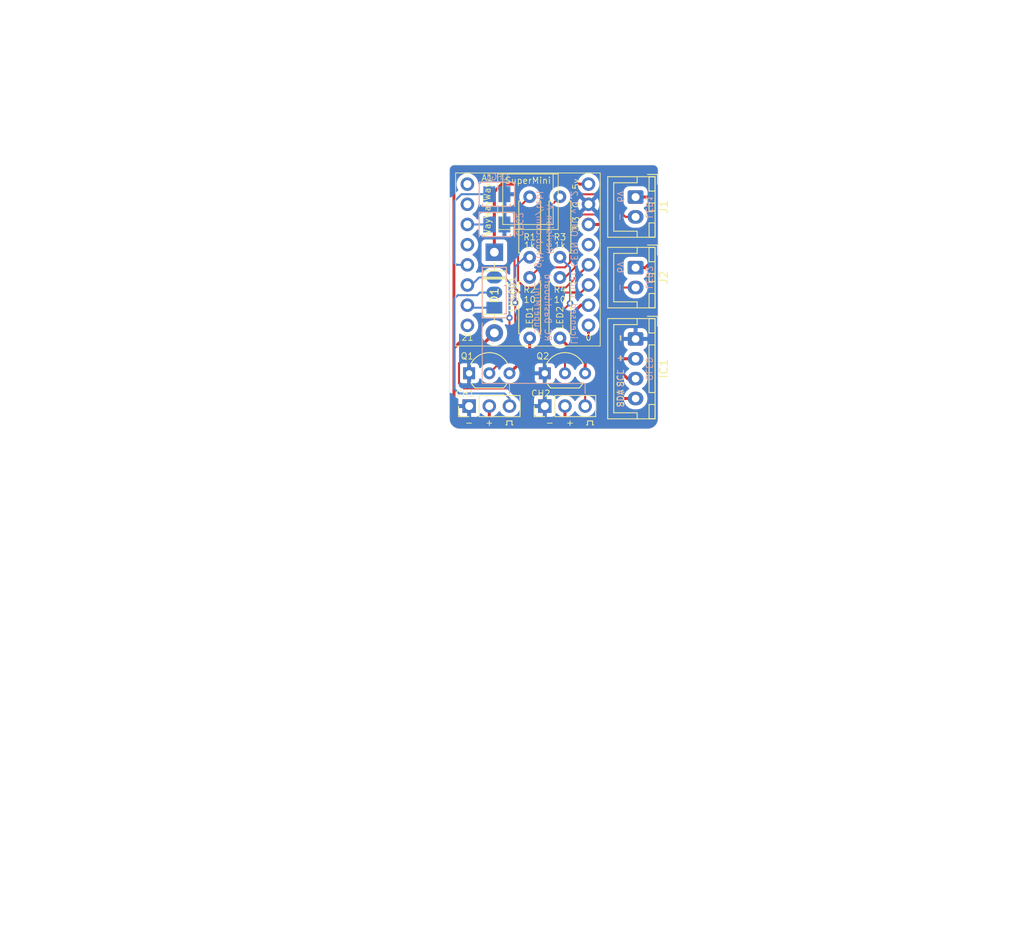
<source format=kicad_pcb>
(kicad_pcb (version 20240108) (generator "pcbnew") (generator_version "8.0")
  (layers (0 "F.Cu" signal) (31 "B.Cu" signal) (34 "B.Paste" user) (35 "F.Paste" user) (36 "B.SilkS" user "B.Silkscreen") (37 "F.SilkS" user "F.Silkscreen") (38 "B.Mask" user) (39 "F.Mask" user) (44 "Edge.Cuts" user))
  (net 0 "")
  (net 1 "GND")
  (net 2 "/SDA")
  (net 3 "/SCL")
  (net 4 "+3V3")
  (net 5 "+6V")
  (net 6 "/BUILTIN_LED")
  (net 8 "/CFG_1")
  (net 9 "/CFG_2")
  (net 13 "CH2")
  (net 14 "CH1")
  (net 15 "Net-(J5-VCC)")
  (net 16 "/LED_1")
  (net 17 "VBUS")
  (net 18 "/LED_2")
  (net 19 "Net-(Q1-B)")
  (net 20 "Net-(Q1-C)")
  (net 21 "Net-(Q2-B)")
  (net 22 "Net-(Q2-C)")
  (net 23 "Net-(J1-Pin_2)")
  (net 24 "Net-(J2-Pin_2)")
  (footprint "Diode_THT:D_DO-41_SOD81_P10.16mm_Horizontal" (layer "F.Cu") (at 104.775 83.185 -90)
    (property "Reference" "D1" (at 5.461 0 90) (layer "F.SilkS"))
    (property "Value" "1N4001" (at 5.3594 -2.286 90) (layer "F.SilkS") (effects (font (size 0.8 0.8) (thickness 0.1))))
    (fp_line (start 2.36 1.47) (end 7.8 1.47) (stroke (width 0.12)) (layer "F.SilkS"))
    (fp_line (start 7.8 1.47) (end 7.8 -1.47) (stroke (width 0.12)) (layer "F.SilkS"))
    (fp_line (start 1.34 0) (end 2.36 0) (stroke (width 0.12)) (layer "F.SilkS"))
    (fp_line (start 8.82 0) (end 7.8 0) (stroke (width 0.12)) (layer "F.SilkS"))
    (fp_line (start 2.36 -1.47) (end 2.36 1.47) (stroke (width 0.12)) (layer "F.SilkS"))
    (fp_line (start 3.14 -1.47) (end 3.14 1.47) (stroke (width 0.12)) (layer "F.SilkS"))
    (fp_line (start 3.26 -1.47) (end 3.26 1.47) (stroke (width 0.12)) (layer "F.SilkS"))
    (fp_line (start 3.38 -1.47) (end 3.38 1.47) (stroke (width 0.12)) (layer "F.SilkS"))
    (fp_line (start 7.8 -1.47) (end 2.36 -1.47) (stroke (width 0.12)) (layer "F.SilkS"))
    (pad "1" thru_hole rect (at 0 0 270) (size 2.2 2.2) (drill 1.1) (layers "*.Cu" "*.Mask") (net 17 "VBUS"))
    (pad "2" thru_hole oval (at 10.16 0 270) (size 2.2 2.2) (drill 1.1) (layers "*.Cu" "*.Mask") (net 5 "+6V"))
  )
  (footprint "Connector_JST:JST_XH_B4B-XH-A_1x04_P2.50mm_Vertical" (layer "F.Cu") (at 122.555 94.1 -90)
    (property "Reference" "IC1" (at 3.75 -3.55 90) (layer "F.SilkS"))
    (property "Value" "OLED" (at 3.75 -1.7 270) (layer "B.SilkS") (effects (font (size 0.8 0.8) (thickness 0.1)) (justify mirror)))
    (fp_line (start -2.56 3.51) (end 10.06 3.51) (stroke (width 0.12)) (layer "F.SilkS"))
    (fp_line (start 10.06 3.51) (end 10.06 -2.46) (stroke (width 0.12)) (layer "F.SilkS"))
    (fp_line (start -1.8 2.75) (end 3.75 2.75) (stroke (width 0.12)) (layer "F.SilkS"))
    (fp_line (start 9.3 2.75) (end 3.75 2.75) (stroke (width 0.12)) (layer "F.SilkS"))
    (fp_line (start -2.55 -0.2) (end -1.8 -0.2) (stroke (width 0.12)) (layer "F.SilkS"))
    (fp_line (start -1.8 -0.2) (end -1.8 2.75) (stroke (width 0.12)) (layer "F.SilkS"))
    (fp_line (start 9.3 -0.2) (end 9.3 2.75) (stroke (width 0.12)) (layer "F.SilkS"))
    (fp_line (start 10.05 -0.2) (end 9.3 -0.2) (stroke (width 0.12)) (layer "F.SilkS"))
    (fp_line (start -2.55 -1.7) (end -0.75 -1.7) (stroke (width 0.12)) (layer "F.SilkS"))
    (fp_line (start -0.75 -1.7) (end -0.75 -2.45) (stroke (width 0.12)) (layer "F.SilkS"))
    (fp_line (start 0.75 -1.7) (end 6.75 -1.7) (stroke (width 0.12)) (layer "F.SilkS"))
    (fp_line (start 6.75 -1.7) (end 6.75 -2.45) (stroke (width 0.12)) (layer "F.SilkS"))
    (fp_line (start 8.25 -1.7) (end 10.05 -1.7) (stroke (width 0.12)) (layer "F.SilkS"))
    (fp_line (start 10.05 -1.7) (end 10.05 -2.45) (stroke (width 0.12)) (layer "F.SilkS"))
    (fp_line (start -2.55 -2.45) (end -2.55 -1.7) (stroke (width 0.12)) (layer "F.SilkS"))
    (fp_line (start -0.75 -2.45) (end -2.55 -2.45) (stroke (width 0.12)) (layer "F.SilkS"))
    (fp_line (start 0.75 -2.45) (end 0.75 -1.7) (stroke (width 0.12)) (layer "F.SilkS"))
    (fp_line (start 6.75 -2.45) (end 0.75 -2.45) (stroke (width 0.12)) (layer "F.SilkS"))
    (fp_line (start 8.25 -2.45) (end 8.25 -1.7) (stroke (width 0.12)) (layer "F.SilkS"))
    (fp_line (start 10.05 -2.45) (end 8.25 -2.45) (stroke (width 0.12)) (layer "F.SilkS"))
    (fp_line (start -2.56 -2.46) (end -2.56 3.51) (stroke (width 0.12)) (layer "F.SilkS"))
    (fp_line (start 10.06 -2.46) (end -2.56 -2.46) (stroke (width 0.12)) (layer "F.SilkS"))
    (fp_line (start -2.85 -2.75) (end -2.85 -1.5) (stroke (width 0.12)) (layer "F.SilkS"))
    (fp_line (start -1.6 -2.75) (end -2.85 -2.75) (stroke (width 0.12)) (layer "F.SilkS"))
    (pad "1" thru_hole roundrect (at 0 0 270) (size 1.7 1.95) (drill 0.95) (layers "*.Cu" "*.Mask") (roundrect_rratio 0.147059) (net 1 "GND"))
    (pad "2" thru_hole oval (at 2.5 0 270) (size 1.7 1.95) (drill 0.95) (layers "*.Cu" "*.Mask") (net 4 "+3V3"))
    (pad "3" thru_hole oval (at 5 0 270) (size 1.7 1.95) (drill 0.95) (layers "*.Cu" "*.Mask") (net 3 "/SCL"))
    (pad "4" thru_hole oval (at 7.5 0 270) (size 1.7 1.95) (drill 0.95) (layers "*.Cu" "*.Mask") (net 2 "/SDA"))
  )
  (footprint "resistor:R_Axial_DIN0207_L6.3mm_D2.5mm_P7.62mm_Horizontal" (layer "F.Cu") (at 109.22 93.98 90)
    (property "Reference" "R2" (at 6.096 0 360) (layer "F.SilkS") (effects (font (size 0.8 0.8) (thickness 0.1))))
    (property "Value" "10" (at 4.826 0 180) (layer "F.SilkS") (effects (font (size 0.8 0.8) (thickness 0.1))))
    (fp_line (start 7.08 -1.37) (end 7.08 -1.04) (stroke (width 0.12)) (layer "F.SilkS"))
    (fp_line (start 0.54 -1.37) (end 7.08 -1.37) (stroke (width 0.12)) (layer "F.SilkS"))
    (fp_line (start 0.54 -1.04) (end 0.54 -1.37) (stroke (width 0.12)) (layer "F.SilkS"))
    (fp_line (start 0.54 1.04) (end 0.54 1.37) (stroke (width 0.12)) (layer "F.SilkS"))
    (fp_line (start 7.08 1.37) (end 7.08 1.04) (stroke (width 0.12)) (layer "F.SilkS"))
    (fp_line (start 0.54 1.37) (end 7.08 1.37) (stroke (width 0.12)) (layer "F.SilkS"))
    (pad "1" thru_hole circle (at 0 0 90) (size 1.6 1.6) (drill 0.8) (layers "*.Cu" "*.Mask") (net 20 "Net-(Q1-C)"))
    (pad "2" thru_hole oval (at 7.62 0 90) (size 1.6 1.6) (drill 0.8) (layers "*.Cu" "*.Mask") (net 23 "Net-(J1-Pin_2)"))
  )
  (footprint "Connector_JST:JST_XH_B2B-XH-A_1x02_P2.50mm_Vertical" (layer "F.Cu") (at 122.555 85.13 -90)
    (property "Reference" "J2" (at 1.25 -3.55 90) (layer "F.SilkS"))
    (property "Value" "LED2" (at 1.23 -1.7 270) (layer "B.SilkS") (effects (font (size 0.8 0.8) (thickness 0.1)) (justify mirror)))
    (fp_line (start -2.56 3.51) (end 5.06 3.51) (stroke (width 0.12)) (layer "F.SilkS"))
    (fp_line (start 5.06 3.51) (end 5.06 -2.46) (stroke (width 0.12)) (layer "F.SilkS"))
    (fp_line (start -1.8 2.75) (end 1.25 2.75) (stroke (width 0.12)) (layer "F.SilkS"))
    (fp_line (start 4.3 2.75) (end 1.25 2.75) (stroke (width 0.12)) (layer "F.SilkS"))
    (fp_line (start -2.55 -0.2) (end -1.8 -0.2) (stroke (width 0.12)) (layer "F.SilkS"))
    (fp_line (start -1.8 -0.2) (end -1.8 2.75) (stroke (width 0.12)) (layer "F.SilkS"))
    (fp_line (start 4.3 -0.2) (end 4.3 2.75) (stroke (width 0.12)) (layer "F.SilkS"))
    (fp_line (start 5.05 -0.2) (end 4.3 -0.2) (stroke (width 0.12)) (layer "F.SilkS"))
    (fp_line (start -2.55 -1.7) (end -0.75 -1.7) (stroke (width 0.12)) (layer "F.SilkS"))
    (fp_line (start -0.75 -1.7) (end -0.75 -2.45) (stroke (width 0.12)) (layer "F.SilkS"))
    (fp_line (start 0.75 -1.7) (end 1.75 -1.7) (stroke (width 0.12)) (layer "F.SilkS"))
    (fp_line (start 1.75 -1.7) (end 1.75 -2.45) (stroke (width 0.12)) (layer "F.SilkS"))
    (fp_line (start 3.25 -1.7) (end 5.05 -1.7) (stroke (width 0.12)) (layer "F.SilkS"))
    (fp_line (start 5.05 -1.7) (end 5.05 -2.45) (stroke (width 0.12)) (layer "F.SilkS"))
    (fp_line (start -2.55 -2.45) (end -2.55 -1.7) (stroke (width 0.12)) (layer "F.SilkS"))
    (fp_line (start -0.75 -2.45) (end -2.55 -2.45) (stroke (width 0.12)) (layer "F.SilkS"))
    (fp_line (start 0.75 -2.45) (end 0.75 -1.7) (stroke (width 0.12)) (layer "F.SilkS"))
    (fp_line (start 1.75 -2.45) (end 0.75 -2.45) (stroke (width 0.12)) (layer "F.SilkS"))
    (fp_line (start 3.25 -2.45) (end 3.25 -1.7) (stroke (width 0.12)) (layer "F.SilkS"))
    (fp_line (start 5.05 -2.45) (end 3.25 -2.45) (stroke (width 0.12)) (layer "F.SilkS"))
    (fp_line (start -2.56 -2.46) (end -2.56 3.51) (stroke (width 0.12)) (layer "F.SilkS"))
    (fp_line (start 5.06 -2.46) (end -2.56 -2.46) (stroke (width 0.12)) (layer "F.SilkS"))
    (fp_line (start -2.85 -2.75) (end -2.85 -1.5) (stroke (width 0.12)) (layer "F.SilkS"))
    (fp_line (start -1.6 -2.75) (end -2.85 -2.75) (stroke (width 0.12)) (layer "F.SilkS"))
    (pad "1" thru_hole roundrect (at 0 0 270) (size 1.7 2) (drill 1) (layers "*.Cu" "*.Mask") (roundrect_rratio 0.147059) (net 5 "+6V"))
    (pad "2" thru_hole oval (at 2.5 0 270) (size 1.7 2) (drill 1) (layers "*.Cu" "*.Mask") (net 24 "Net-(J2-Pin_2)"))
  )
  (footprint "resistor:R_Axial_DIN0207_L6.3mm_D2.5mm_P7.62mm_Horizontal" (layer "F.Cu") (at 109.22 76.2 -90)
    (property "Reference" "R1" (at 5.08 0 360) (layer "F.SilkS") (effects (font (size 0.8 0.8) (thickness 0.1))))
    (property "Value" "1k" (at 6.096 0 180) (layer "F.SilkS") (effects (font (size 0.8 0.8) (thickness 0.1))))
    (fp_line (start 0.54 1.37) (end 7.08 1.37) (stroke (width 0.12)) (layer "F.SilkS"))
    (fp_line (start 7.08 1.37) (end 7.08 1.04) (stroke (width 0.12)) (layer "F.SilkS"))
    (fp_line (start 0.54 1.04) (end 0.54 1.37) (stroke (width 0.12)) (layer "F.SilkS"))
    (fp_line (start 0.54 -1.04) (end 0.54 -1.37) (stroke (width 0.12)) (layer "F.SilkS"))
    (fp_line (start 0.54 -1.37) (end 7.08 -1.37) (stroke (width 0.12)) (layer "F.SilkS"))
    (fp_line (start 7.08 -1.37) (end 7.08 -1.04) (stroke (width 0.12)) (layer "F.SilkS"))
    (pad "1" thru_hole circle (at 0 0 270) (size 1.6 1.6) (drill 0.8) (layers "*.Cu" "*.Mask") (net 16 "/LED_1"))
    (pad "2" thru_hole oval (at 7.62 0 270) (size 1.6 1.6) (drill 0.8) (layers "*.Cu" "*.Mask") (net 19 "Net-(Q1-B)"))
  )
  (footprint "Connector_JST:JST_XH_B2B-XH-A_1x02_P2.50mm_Vertical" (layer "F.Cu") (at 122.555 76.24 -90)
    (property "Reference" "J1" (at 1.25 -3.55 90) (layer "F.SilkS"))
    (property "Value" "LED1" (at 1.23 -1.7 -90) (layer "B.SilkS") (effects (font (size 0.8 0.8) (thickness 0.1)) (justify mirror)))
    (fp_line (start -2.56 3.51) (end 5.06 3.51) (stroke (width 0.12)) (layer "F.SilkS"))
    (fp_line (start 5.06 3.51) (end 5.06 -2.46) (stroke (width 0.12)) (layer "F.SilkS"))
    (fp_line (start -1.8 2.75) (end 1.25 2.75) (stroke (width 0.12)) (layer "F.SilkS"))
    (fp_line (start 4.3 2.75) (end 1.25 2.75) (stroke (width 0.12)) (layer "F.SilkS"))
    (fp_line (start -2.55 -0.2) (end -1.8 -0.2) (stroke (width 0.12)) (layer "F.SilkS"))
    (fp_line (start -1.8 -0.2) (end -1.8 2.75) (stroke (width 0.12)) (layer "F.SilkS"))
    (fp_line (start 4.3 -0.2) (end 4.3 2.75) (stroke (width 0.12)) (layer "F.SilkS"))
    (fp_line (start 5.05 -0.2) (end 4.3 -0.2) (stroke (width 0.12)) (layer "F.SilkS"))
    (fp_line (start -2.55 -1.7) (end -0.75 -1.7) (stroke (width 0.12)) (layer "F.SilkS"))
    (fp_line (start -0.75 -1.7) (end -0.75 -2.45) (stroke (width 0.12)) (layer "F.SilkS"))
    (fp_line (start 0.75 -1.7) (end 1.75 -1.7) (stroke (width 0.12)) (layer "F.SilkS"))
    (fp_line (start 1.75 -1.7) (end 1.75 -2.45) (stroke (width 0.12)) (layer "F.SilkS"))
    (fp_line (start 3.25 -1.7) (end 5.05 -1.7) (stroke (width 0.12)) (layer "F.SilkS"))
    (fp_line (start 5.05 -1.7) (end 5.05 -2.45) (stroke (width 0.12)) (layer "F.SilkS"))
    (fp_line (start -2.55 -2.45) (end -2.55 -1.7) (stroke (width 0.12)) (layer "F.SilkS"))
    (fp_line (start -0.75 -2.45) (end -2.55 -2.45) (stroke (width 0.12)) (layer "F.SilkS"))
    (fp_line (start 0.75 -2.45) (end 0.75 -1.7) (stroke (width 0.12)) (layer "F.SilkS"))
    (fp_line (start 1.75 -2.45) (end 0.75 -2.45) (stroke (width 0.12)) (layer "F.SilkS"))
    (fp_line (start 3.25 -2.45) (end 3.25 -1.7) (stroke (width 0.12)) (layer "F.SilkS"))
    (fp_line (start 5.05 -2.45) (end 3.25 -2.45) (stroke (width 0.12)) (layer "F.SilkS"))
    (fp_line (start -2.56 -2.46) (end -2.56 3.51) (stroke (width 0.12)) (layer "F.SilkS"))
    (fp_line (start 5.06 -2.46) (end -2.56 -2.46) (stroke (width 0.12)) (layer "F.SilkS"))
    (fp_line (start -2.85 -2.75) (end -2.85 -1.5) (stroke (width 0.12)) (layer "F.SilkS"))
    (fp_line (start -1.6 -2.75) (end -2.85 -2.75) (stroke (width 0.12)) (layer "F.SilkS"))
    (pad "1" thru_hole roundrect (at 0 0 270) (size 1.7 2) (drill 1) (layers "*.Cu" "*.Mask") (roundrect_rratio 0.147059) (net 5 "+6V"))
    (pad "2" thru_hole oval (at 2.5 0 270) (size 1.7 2) (drill 1) (layers "*.Cu" "*.Mask") (net 23 "Net-(J1-Pin_2)"))
  )
  (footprint "Connector_PinHeader_2.54mm:PinHeader_1x03_P2.54mm_Vertical" (layer "F.Cu") (at 101.6 102.5525 90)
    (property "Reference" "J5" (hide yes))
    (property "Value" "CH1" (at 1.5875 -0.508 180) (layer "F.SilkS") (effects (font (size 0.8 0.8) (thickness 0.1))))
    (fp_line (start -1.33 -1.33) (end 0 -1.33) (stroke (width 0.12)) (layer "F.SilkS"))
    (fp_line (start -1.33 0) (end -1.33 -1.33) (stroke (width 0.12)) (layer "F.SilkS"))
    (fp_line (start 1.33 1.27) (end 1.33 6.41) (stroke (width 0.12)) (layer "F.SilkS"))
    (fp_line (start -1.33 1.27) (end 1.33 1.27) (stroke (width 0.12)) (layer "F.SilkS"))
    (fp_line (start -1.33 1.27) (end -1.33 6.41) (stroke (width 0.12)) (layer "F.SilkS"))
    (fp_line (start -1.33 6.41) (end 1.33 6.41) (stroke (width 0.12)) (layer "F.SilkS"))
    (pad "1" thru_hole rect (at 0 0 90) (size 1.7 1.7) (drill 1) (layers "*.Cu" "*.Mask") (net 1 "GND"))
    (pad "2" thru_hole oval (at 0 2.54 90) (size 1.7 1.7) (drill 1) (layers "*.Cu" "*.Mask") (net 5 "+6V"))
    (pad "3" thru_hole oval (at 0 5.08 90) (size 1.7 1.7) (drill 1) (layers "*.Cu" "*.Mask") (net 15 "Net-(J5-VCC)"))
  )
  (footprint "resistor:R_Axial_DIN0207_L6.3mm_D2.5mm_P7.62mm_Horizontal" (layer "F.Cu") (at 113.03 93.98 90)
    (property "Reference" "R4" (at 6.096 0 360) (layer "F.SilkS") (effects (font (size 0.8 0.8) (thickness 0.1))))
    (property "Value" "10" (at 4.826 0 180) (layer "F.SilkS") (effects (font (size 0.8 0.8) (thickness 0.1))))
    (fp_line (start 7.08 -1.37) (end 7.08 -1.04) (stroke (width 0.12)) (layer "F.SilkS"))
    (fp_line (start 0.54 -1.37) (end 7.08 -1.37) (stroke (width 0.12)) (layer "F.SilkS"))
    (fp_line (start 0.54 -1.04) (end 0.54 -1.37) (stroke (width 0.12)) (layer "F.SilkS"))
    (fp_line (start 0.54 1.04) (end 0.54 1.37) (stroke (width 0.12)) (layer "F.SilkS"))
    (fp_line (start 7.08 1.37) (end 7.08 1.04) (stroke (width 0.12)) (layer "F.SilkS"))
    (fp_line (start 0.54 1.37) (end 7.08 1.37) (stroke (width 0.12)) (layer "F.SilkS"))
    (pad "1" thru_hole circle (at 0 0 90) (size 1.6 1.6) (drill 0.8) (layers "*.Cu" "*.Mask") (net 22 "Net-(Q2-C)"))
    (pad "2" thru_hole oval (at 7.62 0 90) (size 1.6 1.6) (drill 0.8) (layers "*.Cu" "*.Mask") (net 24 "Net-(J2-Pin_2)"))
  )
  (footprint "Connector_PinHeader_2.54mm:PinHeader_1x03_P2.54mm_Vertical" (layer "F.Cu") (at 111.125 102.5525 90)
    (property "Reference" "J6" (hide yes))
    (property "Value" "CH2" (at 1.5875 -0.508 180) (layer "F.SilkS") (effects (font (size 0.8 0.8) (thickness 0.1))))
    (fp_line (start -1.33 -1.33) (end 0 -1.33) (stroke (width 0.12)) (layer "F.SilkS"))
    (fp_line (start -1.33 0) (end -1.33 -1.33) (stroke (width 0.12)) (layer "F.SilkS"))
    (fp_line (start 1.33 1.27) (end 1.33 6.41) (stroke (width 0.12)) (layer "F.SilkS"))
    (fp_line (start -1.33 1.27) (end 1.33 1.27) (stroke (width 0.12)) (layer "F.SilkS"))
    (fp_line (start -1.33 1.27) (end -1.33 6.41) (stroke (width 0.12)) (layer "F.SilkS"))
    (fp_line (start -1.33 6.41) (end 1.33 6.41) (stroke (width 0.12)) (layer "F.SilkS"))
    (pad "1" thru_hole rect (at 0 0 90) (size 1.7 1.7) (drill 1) (layers "*.Cu" "*.Mask") (net 1 "GND"))
    (pad "2" thru_hole oval (at 0 2.54 90) (size 1.7 1.7) (drill 1) (layers "*.Cu" "*.Mask") (net 5 "+6V"))
    (pad "3" thru_hole oval (at 0 5.08 90) (size 1.7 1.7) (drill 1) (layers "*.Cu" "*.Mask") (net 13 "CH2"))
  )
  (footprint "resistor:R_Axial_DIN0207_L6.3mm_D2.5mm_P7.62mm_Horizontal" (layer "F.Cu") (at 113.03 76.2 -90)
    (property "Reference" "R3" (at 5.08 0 360) (layer "F.SilkS") (effects (font (size 0.8 0.8) (thickness 0.1))))
    (property "Value" "1k" (at 6.096 0 180) (layer "F.SilkS") (effects (font (size 0.8 0.8) (thickness 0.1))))
    (fp_line (start 0.54 1.37) (end 7.08 1.37) (stroke (width 0.12)) (layer "F.SilkS"))
    (fp_line (start 7.08 1.37) (end 7.08 1.04) (stroke (width 0.12)) (layer "F.SilkS"))
    (fp_line (start 0.54 1.04) (end 0.54 1.37) (stroke (width 0.12)) (layer "F.SilkS"))
    (fp_line (start 0.54 -1.04) (end 0.54 -1.37) (stroke (width 0.12)) (layer "F.SilkS"))
    (fp_line (start 0.54 -1.37) (end 7.08 -1.37) (stroke (width 0.12)) (layer "F.SilkS"))
    (fp_line (start 7.08 -1.37) (end 7.08 -1.04) (stroke (width 0.12)) (layer "F.SilkS"))
    (pad "1" thru_hole circle (at 0 0 270) (size 1.6 1.6) (drill 0.8) (layers "*.Cu" "*.Mask") (net 18 "/LED_2"))
    (pad "2" thru_hole oval (at 7.62 0 270) (size 1.6 1.6) (drill 0.8) (layers "*.Cu" "*.Mask") (net 21 "Net-(Q2-B)"))
  )
  (footprint "SuperMini:SuperMini_ESP32_C3" (layer "F.Cu") (at 101.384184 74.6125)
    (property "Reference" "A1" (at 2.501816 -0.8001 180) (layer "F.SilkS") (effects (font (size 0.8 0.8) (thickness 0.1))))
    (property "Value" "SuperMini" (at 7.62 -0.4445 0) (layer "F.SilkS") (effects (font (size 0.8 0.8) (thickness 0.1))))
    (fp_line (start -1.48 -1.4) (end -1.48 20.38) (stroke (width 0.1)) (layer "F.SilkS"))
    (fp_line (start -1.48 -1.4) (end 16.72 -1.4) (stroke (width 0.1)) (layer "F.SilkS"))
    (fp_line (start -1.48 20.38) (end 16.72 20.38) (stroke (width 0.1)) (layer "F.SilkS"))
    (fp_line (start 3.81 -1.27) (end 11.43 -1.27) (stroke (width 0.1)) (layer "F.SilkS"))
    (fp_line (start 3.81 5.715) (end 3.81 -1.27) (stroke (width 0.1)) (layer "F.SilkS"))
    (fp_line (start 4.445 -1.27) (end 4.445 5.08) (stroke (width 0.1)) (layer "F.SilkS"))
    (fp_line (start 4.445 5.08) (end 10.795 5.08) (stroke (width 0.1)) (layer "F.SilkS"))
    (fp_line (start 10.795 5.08) (end 10.795 -1.27) (stroke (width 0.1)) (layer "F.SilkS"))
    (fp_line (start 11.43 -1.27) (end 11.43 5.715) (stroke (width 0.1)) (layer "F.SilkS"))
    (fp_line (start 11.43 5.715) (end 3.81 5.715) (stroke (width 0.1)) (layer "F.SilkS"))
    (fp_line (start 16.72 20.38) (end 16.72 -1.4) (stroke (width 0.1)) (layer "F.SilkS"))
    (fp_text user "21" (at 0 19.304 0) (layer "F.SilkS") (effects (font (size 0.8 0.8) (thickness 0.1))))
    (fp_text user "5v" (at 13.677816 0 90) (layer "F.SilkS") (effects (font (size 0.8 0.8) (thickness 0.1))))
    (fp_text user "G" (at 13.677816 2.6035 90) (layer "F.SilkS") (effects (font (size 0.8 0.8) (thickness 0.1))))
    (fp_text user "3.3" (at 13.677816 5.0165 90) (layer "F.SilkS") (effects (font (size 0.8 0.8) (thickness 0.1))))
    (fp_text user "0" (at 15.24 19.304 0) (layer "F.SilkS") (effects (font (size 0.8 0.8) (thickness 0.1))))
    (pad "1" thru_hole circle (at 0 0 90) (size 1.7 1.7) (drill 1) (layers "*.Cu" "*.Mask"))
    (pad "2" thru_hole circle (at 0 2.54 90) (size 1.7 1.7) (drill 1) (layers "*.Cu" "*.Mask"))
    (pad "3" thru_hole circle (at 0 5.08 90) (size 1.7 1.7) (drill 1) (layers "*.Cu" "*.Mask") (net 9 "/CFG_2"))
    (pad "4" thru_hole circle (at 0 7.62 90) (size 1.7 1.7) (drill 1) (layers "*.Cu" "*.Mask") (net 6 "/BUILTIN_LED"))
    (pad "5" thru_hole circle (at 0 10.16 90) (size 1.7 1.7) (drill 1) (layers "*.Cu" "*.Mask") (net 8 "/CFG_1"))
    (pad "6" thru_hole circle (at 0 12.7 90) (size 1.7 1.7) (drill 1) (layers "*.Cu" "*.Mask") (net 13 "CH2"))
    (pad "7" thru_hole circle (at 0 15.24 90) (size 1.7 1.7) (drill 1) (layers "*.Cu" "*.Mask") (net 14 "CH1"))
    (pad "8" thru_hole circle (at 0 17.78 90) (size 1.7 1.7) (drill 1) (layers "*.Cu" "*.Mask"))
    (pad "9" thru_hole circle (at 15.24 17.78 90) (size 1.7 1.7) (drill 1) (layers "*.Cu" "*.Mask") (net 3 "/SCL"))
    (pad "10" thru_hole circle (at 15.24 15.24 90) (size 1.7 1.7) (drill 1) (layers "*.Cu" "*.Mask") (net 2 "/SDA"))
    (pad "11" thru_hole circle (at 15.24 12.7 90) (size 1.7 1.7) (drill 1) (layers "*.Cu" "*.Mask") (net 16 "/LED_1"))
    (pad "12" thru_hole circle (at 15.24 10.16 90) (size 1.7 1.7) (drill 1) (layers "*.Cu" "*.Mask") (net 18 "/LED_2"))
    (pad "13" thru_hole circle (at 15.24 7.62 90) (size 1.7 1.7) (drill 1) (layers "*.Cu" "*.Mask"))
    (pad "14" thru_hole circle (at 15.24 5.08 90) (size 1.7 1.7) (drill 1) (layers "*.Cu" "*.Mask") (net 4 "+3V3"))
    (pad "15" thru_hole circle (at 15.24 2.54 90) (size 1.7 1.7) (drill 1) (layers "*.Cu" "*.Mask") (net 1 "GND"))
    (pad "16" thru_hole circle (at 15.24 0 90) (size 1.7 1.7) (drill 1) (layers "*.Cu" "*.Mask") (net 17 "VBUS"))
  )
  (footprint "Package_TO_SOT_THT:TO-92_Inline_Wide" (layer "F.Cu") (at 101.6 98.425)
    (property "Reference" "Q1" (at -0.254 -2.159 0) (layer "F.SilkS") (effects (font (size 0.8 0.8) (thickness 0.1))))
    (property "Value" "2N3904")
    (fp_line (start 0.74 1.85) (end 4.34 1.85) (stroke (width 0.12)) (layer "F.SilkS"))
    (fp_arc (start 0.1836 -1.098807) (mid 1.143021 -2.192817) (end 2.54 -2.6) (stroke (width 0.12)) (layer "F.SilkS"))
    (fp_arc (start 0.74 1.85) (mid 0.446097 1.509328) (end 0.215816 1.122795) (stroke (width 0.12)) (layer "F.SilkS"))
    (fp_arc (start 2.54 -2.6) (mid 3.936979 -2.192818) (end 4.8964 -1.098807) (stroke (width 0.12)) (layer "F.SilkS"))
    (fp_arc (start 4.864184 1.122795) (mid 4.633903 1.509328) (end 4.34 1.85) (stroke (width 0.12)) (layer "F.SilkS"))
    (pad "1" thru_hole rect (at 0 0) (size 1.5 1.5) (drill 0.8) (layers "*.Cu" "*.Mask") (net 1 "GND"))
    (pad "2" thru_hole circle (at 2.54 0) (size 1.5 1.5) (drill 0.8) (layers "*.Cu" "*.Mask") (net 19 "Net-(Q1-B)"))
    (pad "3" thru_hole circle (at 5.08 0) (size 1.5 1.5) (drill 0.8) (layers "*.Cu" "*.Mask") (net 20 "Net-(Q1-C)"))
  )
  (footprint "Package_TO_SOT_THT:TO-92_Inline_Wide" (layer "F.Cu") (at 111.125 98.425)
    (property "Reference" "Q2" (at -0.254 -2.159 0) (layer "F.SilkS") (effects (font (size 0.8 0.8) (thickness 0.1))))
    (property "Value" "2N3904")
    (fp_line (start 0.74 1.85) (end 4.34 1.85) (stroke (width 0.12)) (layer "F.SilkS"))
    (fp_arc (start 0.1836 -1.098807) (mid 1.143021 -2.192817) (end 2.54 -2.6) (stroke (width 0.12)) (layer "F.SilkS"))
    (fp_arc (start 0.74 1.85) (mid 0.446097 1.509328) (end 0.215816 1.122795) (stroke (width 0.12)) (layer "F.SilkS"))
    (fp_arc (start 2.54 -2.6) (mid 3.936979 -2.192818) (end 4.8964 -1.098807) (stroke (width 0.12)) (layer "F.SilkS"))
    (fp_arc (start 4.864184 1.122795) (mid 4.633903 1.509328) (end 4.34 1.85) (stroke (width 0.12)) (layer "F.SilkS"))
    (pad "1" thru_hole rect (at 0 0) (size 1.5 1.5) (drill 0.8) (layers "*.Cu" "*.Mask") (net 1 "GND"))
    (pad "2" thru_hole circle (at 2.54 0) (size 1.5 1.5) (drill 0.8) (layers "*.Cu" "*.Mask") (net 21 "Net-(Q2-B)"))
    (pad "3" thru_hole circle (at 5.08 0) (size 1.5 1.5) (drill 0.8) (layers "*.Cu" "*.Mask") (net 22 "Net-(Q2-C)"))
  )
  (footprint "solder_bridge:bridge" (layer "B.Cu") (at 106.045 75.8825 90)
    (property "Reference" "JP2" (hide yes))
    (property "Value" "CFG1" (at 2.1717 -0.9398 0) (layer "B.SilkS") (effects (font (size 0.8 0.8) (thickness 0.1)) (justify mirror)))
    (fp_line (start 1.524 -3.175) (end -1.524 -3.175) (stroke (width 0.15)) (layer "B.SilkS"))
    (fp_line (start -1.524 -2.794) (end -1.27 -2.794) (stroke (width 0.15)) (layer "B.SilkS"))
    (fp_line (start -1.524 -2.794) (end -1.524 0.762) (stroke (width 0.15)) (layer "B.SilkS"))
    (fp_line (start -1.524 0.762) (end -1.27 0.762) (stroke (width 0.15)) (layer "B.SilkS"))
    (fp_line (start 1.524 1.27) (end 1.524 -3.175) (stroke (width 0.15)) (layer "B.SilkS"))
    (fp_line (start -1.524 1.27) (end 1.524 1.27) (stroke (width 0.15)) (layer "B.SilkS"))
    (pad "1" smd rect (at 0 0 90) (size 2 1.5) (layers "B.Cu" "B.Paste" "B.Mask") (net 1 "GND"))
    (pad "2" smd rect (at 0 -1.905 90) (size 2 1.5) (layers "B.Cu" "B.Paste" "B.Mask") (net 8 "/CFG_1"))
  )
  (footprint "solder_bridge:bridge" (layer "B.Cu") (at 106.045 79.6925 90)
    (property "Reference" "JP3" (hide yes))
    (property "Value" "CFG2" (at 0 1.905 270) (layer "B.SilkS") (effects (font (size 0.8 0.8) (thickness 0.1)) (justify mirror)))
    (fp_line (start 1.524 -3.175) (end -1.524 -3.175) (stroke (width 0.15)) (layer "B.SilkS"))
    (fp_line (start -1.524 -2.794) (end -1.27 -2.794) (stroke (width 0.15)) (layer "B.SilkS"))
    (fp_line (start -1.524 -2.794) (end -1.524 0.762) (stroke (width 0.15)) (layer "B.SilkS"))
    (fp_line (start -1.524 0.762) (end -1.27 0.762) (stroke (width 0.15)) (layer "B.SilkS"))
    (fp_line (start 1.524 1.27) (end 1.524 -3.175) (stroke (width 0.15)) (layer "B.SilkS"))
    (fp_line (start -1.524 1.27) (end 1.524 1.27) (stroke (width 0.15)) (layer "B.SilkS"))
    (pad "1" smd rect (at 0 0 90) (size 2 1.5) (layers "B.Cu" "B.Paste" "B.Mask") (net 1 "GND"))
    (pad "2" smd rect (at 0 -1.905 90) (size 2 1.5) (layers "B.Cu" "B.Paste" "B.Mask") (net 9 "/CFG_2"))
  )
  (footprint "solder_bridge:select2" (layer "B.Cu") (at 104.775 90.17)
    (property "Reference" "JP1" (hide yes))
    (property "Value" "2CH" (at 2.413 -1.9177 -90) (layer "B.SilkS") (effects (font (size 0.8 0.8) (thickness 0.1)) (justify mirror)))
    (fp_line (start -1.524 1.27) (end -1.524 -5.08) (stroke (width 0.15)) (layer "B.SilkS"))
    (fp_line (start -1.524 1.27) (end 1.524 1.27) (stroke (width 0.15)) (layer "B.SilkS"))
    (fp_line (start 1.524 -5.08) (end -1.524 -5.08) (stroke (width 0.15)) (layer "B.SilkS"))
    (fp_line (start 1.524 -5.08) (end 1.524 -3.302) (stroke (width 0.15)) (layer "B.SilkS"))
    (fp_line (start 1.524 -2.794) (end 1.27 -2.794) (stroke (width 0.15)) (layer "B.SilkS"))
    (fp_line (start 1.524 0.762) (end 1.27 0.762) (stroke (width 0.15)) (layer "B.SilkS"))
    (fp_line (start 1.524 0.762) (end 1.524 -2.794) (stroke (width 0.15)) (layer "B.SilkS"))
    (pad "1" smd rect (at 0 0) (size 2 1.5) (layers "B.Cu" "B.Paste" "B.Mask") (net 14 "CH1"))
    (pad "2" smd oval (at 0 -1.905) (size 2 1.5) (layers "B.Cu" "B.Paste" "B.Mask") (net 15 "Net-(J5-VCC)"))
    (pad "3" smd oval (at 0 -3.81) (size 2 1.5) (layers "B.Cu" "B.Paste" "B.Mask") (net 13 "CH2"))
  )
  (gr_line (start 116.205 99.695) (end 106.68 99.695) (stroke (width 0.12)) (layer "B.SilkS"))
  (gr_line (start 106.68 100.965) (end 106.68 99.695) (stroke (width 0.12)) (layer "B.SilkS"))
  (gr_line (start 103.251 92.075) (end 103.251 99.695) (stroke (width 0.12)) (layer "B.SilkS"))
  (gr_line (start 104.559184 94.615) (end 104.559184 94.615) (stroke (width 0.12)) (layer "B.SilkS"))
  (gr_line (start 106.68 99.695) (end 106.68 99.695) (stroke (width 0.12)) (layer "B.SilkS"))
  (gr_line (start 116.205 99.695) (end 116.205 100.965) (stroke (width 0.12)) (layer "B.SilkS"))
  (gr_line (start 106.68 99.695) (end 103.251 99.695) (stroke (width 0.12)) (layer "B.SilkS"))
  (gr_line (start 116.5105 104.9286) (end 116.5105 104.4206) (stroke (width 0.12)) (layer "F.SilkS"))
  (gr_line (start 106.9855 104.4206) (end 106.9855 104.9286) (stroke (width 0.12)) (layer "F.SilkS"))
  (gr_line (start 106.3505 104.9286) (end 106.3505 104.4206) (stroke (width 0.12)) (layer "F.SilkS"))
  (gr_line (start 117.1455 104.9286) (end 117.2725 104.9286) (stroke (width 0.12)) (layer "F.SilkS"))
  (gr_line (start 116.5105 104.9286) (end 116.3835 104.9286) (stroke (width 0.12)) (layer "F.SilkS"))
  (gr_line (start 116.5105 104.4206) (end 117.1455 104.4206) (stroke (width 0.12)) (layer "F.SilkS"))
  (gr_line (start 106.3505 104.9286) (end 106.2235 104.9286) (stroke (width 0.12)) (layer "F.SilkS"))
  (gr_line (start 106.9855 104.9286) (end 107.1125 104.9286) (stroke (width 0.12)) (layer "F.SilkS"))
  (gr_line (start 117.1455 104.4206) (end 117.1455 104.9286) (stroke (width 0.12)) (layer "F.SilkS"))
  (gr_line (start 106.3505 104.4206) (end 106.9855 104.4206) (stroke (width 0.12)) (layer "F.SilkS"))
  (gr_line (start 100.399138 105.409962) (end 124.112 105.41) (stroke (width 0.05)) (layer "Edge.Cuts"))
  (gr_line (start 99.129138 104.139962) (end 99.129138 72.838999) (stroke (width 0.05)) (layer "Edge.Cuts"))
  (gr_line (start 125.385 72.839013) (end 125.382 104.14) (stroke (width 0.05)) (layer "Edge.Cuts"))
  (gr_line (start 124.75 72.203999) (end 99.764138 72.203999) (stroke (width 0.05)) (layer "Edge.Cuts"))
  (gr_arc (start 99.129138 72.838999) (mid 99.315127 72.39) (end 99.764138 72.203999) (stroke (width 0.05)) (layer "Edge.Cuts"))
  (gr_arc (start 100.399138 105.409962) (mid 99.501112 105.037988) (end 99.129138 104.139962) (stroke (width 0.05)) (layer "Edge.Cuts"))
  (gr_arc (start 124.75 72.204013) (mid 125.199013 72.39) (end 125.385 72.839013) (stroke (width 0.05)) (layer "Edge.Cuts"))
  (gr_arc (start 125.382 104.14) (mid 125.010026 105.038026) (end 124.112 105.41) (stroke (width 0.05)) (layer "Edge.Cuts"))
  (gr_text "6V" (at 120.65 85.09 270) (layer "B.SilkS") (effects (font (size 0.8 0.8) (thickness 0.1)) (justify mirror)))
  (gr_text "Revision A\ngithub.com/tebl" (at 111.125 80.3 270) (layer "B.SilkS") (effects (font (size 0.8 0.8) (thickness 0.1)) (justify mirror)))
  (gr_text "-" (at 120.65 93.98 -90) (layer "B.SilkS") (effects (font (size 0.8 0.8) (thickness 0.1)) (justify mirror)))
  (gr_text "RC Dashboard\n{dblquote}SuperMini2{dblquote}" (at 110.871 90.15 270) (layer "B.SilkS") (effects (font (size 0.8 0.8) (thickness 0.1)) (justify mirror)))
  (gr_text "-" (at 120.65 78.74 270) (layer "B.SilkS") (effects (font (size 0.8 0.8) (thickness 0.1)) (justify mirror)))
  (gr_text "+" (at 120.65 96.52 -90) (layer "B.SilkS") (effects (font (size 0.8 0.8) (thickness 0.1)) (justify mirror)))
  (gr_text "SCL" (at 120.65 99.06 -90) (layer "B.SilkS") (effects (font (size 0.8 0.8) (thickness 0.1)) (justify mirror)))
  (gr_text "Licensed under CERN OHL v.1.2" (at 114.808 85.1 270) (layer "B.SilkS") (effects (font (size 0.8 0.8) (thickness 0.1)) (justify mirror)))
  (gr_text "6V" (at 120.65 76.2 270) (layer "B.SilkS") (effects (font (size 0.8 0.8) (thickness 0.1)) (justify mirror)))
  (gr_text "-" (at 120.65 87.63 270) (layer "B.SilkS") (effects (font (size 0.8 0.8) (thickness 0.1)) (justify mirror)))
  (gr_text "SDA" (at 120.65 101.6 -90) (layer "B.SilkS") (effects (font (size 0.8 0.8) (thickness 0.1)) (justify mirror)))
  (gr_text "+" (at 114.3 104.7635 180) (layer "F.SilkS") (effects (font (size 0.8 0.8) (thickness 0.1))))
  (gr_text "-" (at 111.76 104.7635 180) (layer "F.SilkS") (effects (font (size 0.8 0.8) (thickness 0.1))))
  (gr_text "+" (at 104.14 104.7635 180) (layer "F.SilkS") (effects (font (size 0.8 0.8) (thickness 0.1))))
  (gr_text "-" (at 101.6 104.7635 180) (layer "F.SilkS") (effects (font (size 0.8 0.8) (thickness 0.1))))
  (gr_text "+" (at 120.65 96.52 90) (layer "F.SilkS") (effects (font (size 0.8 0.8) (thickness 0.1))))
  (gr_text "-" (at 120.65 93.98 90) (layer "F.SilkS") (effects (font (size 0.8 0.8) (thickness 0.1))))
  (gr_text "SCL" (at 120.65 99.06 90) (layer "F.SilkS") (effects (font (size 0.8 0.8) (thickness 0.1))))
  (gr_text "SDA" (at 120.65 101.6 90) (layer "F.SilkS") (effects (font (size 0.8 0.8) (thickness 0.1))))
  (gr_text "LED1" (at 109.22 91.44 90) (layer "F.SilkS") (effects (font (size 0.8 0.8) (thickness 0.1))))
  (gr_text "WayWayWay" (at 103.886 77.8256 90) (layer "F.SilkS") (effects (font (size 0.8 0.8) (thickness 0.1))))
  (gr_text "LED2" (at 113.03 91.44 90) (layer "F.SilkS") (effects (font (size 0.8 0.8) (thickness 0.1))))
  (segment (start 118.11 97.155) (end 118.11 100.33) (width 0.381) (layer "F.Cu") (net 2))
  (segment (start 114.719184 93.764184) (end 118.11 97.155) (width 0.381) (layer "F.Cu") (net 2))
  (segment (start 115.671684 89.8525) (end 114.719184 90.805) (width 0.381) (layer "F.Cu") (net 2))
  (segment (start 116.624184 89.8525) (end 115.671684 89.8525) (width 0.381) (layer "F.Cu") (net 2))
  (segment (start 119.38 101.6) (end 122.555 101.6) (width 0.381) (layer "F.Cu") (net 2))
  (segment (start 114.719184 90.805) (end 114.719184 93.764184) (width 0.381) (layer "F.Cu") (net 2))
  (segment (start 118.11 100.33) (end 119.38 101.6) (width 0.381) (layer "F.Cu") (net 2))
  (segment (start 116.624184 94.183368) (end 116.624184 92.3925) (width 0.381) (layer "F.Cu") (net 3))
  (segment (start 121.540816 99.1) (end 116.624184 94.183368) (width 0.381) (layer "F.Cu") (net 3))
  (segment (start 122.555 99.1) (end 121.540816 99.1) (width 0.381) (layer "F.Cu") (net 3))
  (segment (start 118.745 94.615) (end 120.73 96.6) (width 0.381) (layer "F.Cu") (net 4))
  (segment (start 120.73 96.6) (end 122.555 96.6) (width 0.381) (layer "F.Cu") (net 4))
  (segment (start 118.211684 79.6925) (end 118.745 80.225816) (width 0.381) (layer "F.Cu") (net 4))
  (segment (start 116.624184 79.6925) (end 118.211684 79.6925) (width 0.381) (layer "F.Cu") (net 4))
  (segment (start 118.745 80.225816) (end 118.745 94.615) (width 0.381) (layer "F.Cu") (net 4))
  (segment (start 121.949499 73.054499) (end 123.219499 73.054499) (width 0.381) (layer "F.Cu") (net 5))
  (segment (start 99.695 73.66) (end 100.300501 73.054499) (width 0.381) (layer "F.Cu") (net 5))
  (segment (start 124.42 76.24) (end 124.46 76.2) (width 0.381) (layer "F.Cu") (net 5))
  (segment (start 122.555 76.24) (end 124.42 76.24) (width 0.381) (layer "F.Cu") (net 5))
  (segment (start 100.300501 73.054499) (end 121.949499 73.054499) (width 0.381) (layer "F.Cu") (net 5))
  (segment (start 104.14 104.14) (end 104.14 102.5525) (width 0.381) (layer "F.Cu") (net 5))
  (segment (start 124.46 84.455) (end 123.785 85.13) (width 0.381) (layer "F.Cu") (net 5))
  (segment (start 123.785 85.13) (end 122.555 85.13) (width 0.381) (layer "F.Cu") (net 5))
  (segment (start 99.695 104.14) (end 100.33 104.775) (width 0.381) (layer "F.Cu") (net 5))
  (segment (start 124.46 74.295) (end 124.46 76.2) (width 0.381) (layer "F.Cu") (net 5))
  (segment (start 99.695 95.25) (end 99.695 73.66) (width 0.381) (layer "F.Cu") (net 5))
  (segment (start 103.505 104.775) (end 113.03 104.775) (width 0.381) (layer "F.Cu") (net 5))
  (segment (start 104.775 93.345) (end 103.505 94.615) (width 0.381) (layer "F.Cu") (net 5))
  (segment (start 113.665 104.14) (end 113.665 102.5525) (width 0.381) (layer "F.Cu") (net 5))
  (segment (start 124.46 76.2) (end 124.46 84.455) (width 0.381) (layer "F.Cu") (net 5))
  (segment (start 100.33 104.775) (end 103.505 104.775) (width 0.381) (layer "F.Cu") (net 5))
  (segment (start 103.505 94.615) (end 100.33 94.615) (width 0.381) (layer "F.Cu") (net 5))
  (segment (start 100.33 94.615) (end 99.695 95.25) (width 0.381) (layer "F.Cu") (net 5))
  (segment (start 113.03 104.775) (end 113.665 104.14) (width 0.381) (layer "F.Cu") (net 5))
  (segment (start 99.695 95.25) (end 99.695 104.14) (width 0.381) (layer "F.Cu") (net 5))
  (segment (start 123.219499 73.054499) (end 124.46 74.295) (width 0.381) (layer "F.Cu") (net 5))
  (segment (start 103.505 104.775) (end 104.14 104.14) (width 0.381) (layer "F.Cu") (net 5))
  (segment (start 99.695 84.455) (end 100.0125 84.7725) (width 0.25) (layer "B.Cu") (net 8))
  (segment (start 100.0125 84.7725) (end 101.384184 84.7725) (width 0.25) (layer "B.Cu") (net 8))
  (segment (start 100.6475 75.8825) (end 99.695 76.835) (width 0.25) (layer "B.Cu") (net 8))
  (segment (start 104.14 75.8825) (end 100.6475 75.8825) (width 0.25) (layer "B.Cu") (net 8))
  (segment (start 99.695 76.835) (end 99.695 84.455) (width 0.25) (layer "B.Cu") (net 8))
  (segment (start 104.14 79.6925) (end 101.384184 79.6925) (width 0.25) (layer "B.Cu") (net 9))
  (segment (start 106.68 94.613604) (end 106.68 91.44) (width 0.25) (layer "F.Cu") (net 13))
  (segment (start 100.33 99.695) (end 100.33 97.155) (width 0.25) (layer "F.Cu") (net 13))
  (segment (start 116.205 102.5525) (end 116.205 100.965) (width 0.25) (layer "F.Cu") (net 13))
  (segment (start 116.205 100.965) (end 115.57 100.33) (width 0.25) (layer "F.Cu") (net 13))
  (segment (start 115.57 100.33) (end 100.965 100.33) (width 0.25) (layer "F.Cu") (net 13))
  (segment (start 105.408604 95.885) (end 106.68 94.613604) (width 0.25) (layer "F.Cu") (net 13))
  (segment (start 100.965 100.33) (end 100.33 99.695) (width 0.25) (layer "F.Cu") (net 13))
  (segment (start 101.6 95.885) (end 105.408604 95.885) (width 0.25) (layer "F.Cu") (net 13))
  (segment (start 100.33 97.155) (end 101.6 95.885) (width 0.25) (layer "F.Cu") (net 13))
  (via (at 106.68 91.44) (size 0.8) (drill 0.4) (layers "F.Cu" "B.Cu") (net 13))
  (segment (start 101.384184 87.3125) (end 101.9175 87.3125) (width 0.25) (layer "B.Cu") (net 13))
  (segment (start 106.68 91.44) (end 106.68 86.995) (width 0.25) (layer "B.Cu") (net 13))
  (segment (start 106.68 86.995) (end 106.045 86.36) (width 0.25) (layer "B.Cu") (net 13))
  (segment (start 101.9175 87.3125) (end 102.87 86.36) (width 0.25) (layer "B.Cu") (net 13))
  (segment (start 106.045 86.36) (end 104.775 86.36) (width 0.25) (layer "B.Cu") (net 13))
  (segment (start 102.87 86.36) (end 104.775 86.36) (width 0.25) (layer "B.Cu") (net 13))
  (segment (start 101.701684 90.17) (end 104.775 90.17) (width 0.25) (layer "B.Cu") (net 14))
  (segment (start 101.384184 89.8525) (end 101.701684 90.17) (width 0.25) (layer "B.Cu") (net 14))
  (segment (start 106.68 101.6) (end 106.045 100.965) (width 0.25) (layer "B.Cu") (net 15))
  (segment (start 106.045 100.965) (end 100.33 100.965) (width 0.25) (layer "B.Cu") (net 15))
  (segment (start 100.33 100.965) (end 99.695 100.33) (width 0.25) (layer "B.Cu") (net 15))
  (segment (start 104.775 88.265) (end 102.9462 88.265) (width 0.25) (layer "B.Cu") (net 15))
  (segment (start 99.695 89.0778) (end 100.1776 88.5952) (width 0.25) (layer "B.Cu") (net 15))
  (segment (start 106.68 102.5525) (end 106.68 101.6) (width 0.25) (layer "B.Cu") (net 15))
  (segment (start 99.695 100.33) (end 99.695 89.0778) (width 0.25) (layer "B.Cu") (net 15))
  (segment (start 100.1776 88.5952) (end 102.616 88.5952) (width 0.25) (layer "B.Cu") (net 15))
  (segment (start 102.9462 88.265) (end 102.616 88.5952) (width 0.25) (layer "B.Cu") (net 15))
  (segment (start 107.95 88.265) (end 107.315 87.63) (width 0.25) (layer "F.Cu") (net 16))
  (segment (start 115.671684 88.265) (end 107.95 88.265) (width 0.25) (layer "F.Cu") (net 16))
  (segment (start 116.624184 87.3125) (end 115.671684 88.265) (width 0.25) (layer "F.Cu") (net 16))
  (segment (start 107.315 78.105) (end 109.22 76.2) (width 0.25) (layer "F.Cu") (net 16))
  (segment (start 107.315 87.63) (end 107.315 78.105) (width 0.25) (layer "F.Cu") (net 16))
  (segment (start 105.7275 74.6125) (end 116.624184 74.6125) (width 0.381) (layer "F.Cu") (net 17))
  (segment (start 104.775 83.185) (end 104.775 75.565) (width 0.381) (layer "F.Cu") (net 17))
  (segment (start 104.775 75.565) (end 105.7275 74.6125) (width 0.381) (layer "F.Cu") (net 17))
  (segment (start 108.585 87.63) (end 113.766684 87.63) (width 0.25) (layer "F.Cu") (net 18))
  (segment (start 107.765 81.465) (end 107.765 86.81) (width 0.25) (layer "F.Cu") (net 18))
  (segment (start 113.03 76.2) (end 107.765 81.465) (width 0.25) (layer "F.Cu") (net 18))
  (segment (start 113.766684 87.63) (end 116.624184 84.7725) (width 0.25) (layer "F.Cu") (net 18))
  (segment (start 107.765 86.81) (end 108.585 87.63) (width 0.25) (layer "F.Cu") (net 18))
  (segment (start 104.14 98.425) (end 107.405 95.16) (width 0.25) (layer "F.Cu") (net 19))
  (segment (start 107.405 95.16) (end 107.405 89.535) (width 0.25) (layer "F.Cu") (net 19))
  (via (at 107.405 89.535) (size 0.8) (drill 0.4) (layers "F.Cu" "B.Cu") (net 19))
  (segment (start 108.585 83.82) (end 109.22 83.82) (width 0.25) (layer "B.Cu") (net 19))
  (segment (start 107.405 85) (end 108.585 83.82) (width 0.25) (layer "B.Cu") (net 19))
  (segment (start 107.405 89.535) (end 107.405 85) (width 0.25) (layer "B.Cu") (net 19))
  (segment (start 109.22 95.885) (end 109.22 93.98) (width 0.381) (layer "F.Cu") (net 20))
  (segment (start 106.68 98.425) (end 109.22 95.885) (width 0.381) (layer "F.Cu") (net 20))
  (segment (start 113.665 97.155) (end 113.665 98.425) (width 0.25) (layer "F.Cu") (net 21))
  (segment (start 111.125 94.615) (end 113.665 97.155) (width 0.25) (layer "F.Cu") (net 21))
  (segment (start 114.3 89.625) (end 111.125 92.8) (width 0.25) (layer "F.Cu") (net 21))
  (segment (start 111.125 92.8) (end 111.125 94.615) (width 0.25) (layer "F.Cu") (net 21))
  (via (at 114.3 89.625) (size 0.8) (drill 0.4) (layers "F.Cu" "B.Cu") (net 21))
  (segment (start 114.3 89.625) (end 114.3 85.09) (width 0.25) (layer "B.Cu") (net 21))
  (segment (start 114.3 85.09) (end 113.03 83.82) (width 0.25) (layer "B.Cu") (net 21))
  (segment (start 116.205 98.425) (end 116.205 97.155) (width 0.381) (layer "F.Cu") (net 22))
  (segment (start 116.205 97.155) (end 113.03 93.98) (width 0.381) (layer "F.Cu") (net 22))
  (segment (start 113.665 85.09) (end 110.49 85.09) (width 0.25) (layer "F.Cu") (net 23))
  (segment (start 110.49 85.09) (end 109.22 86.36) (width 0.25) (layer "F.Cu") (net 23))
  (segment (start 114.3 84.455) (end 113.665 85.09) (width 0.25) (layer "F.Cu") (net 23))
  (segment (start 114.3 77.4954) (end 114.3 84.455) (width 0.25) (layer "F.Cu") (net 23))
  (segment (start 115.9002 75.8952) (end 114.3 77.4954) (width 0.25) (layer "F.Cu") (net 23))
  (segment (start 118.4402 75.8952) (end 115.9002 75.8952) (width 0.25) (layer "F.Cu") (net 23))
  (segment (start 122.555 78.74) (end 121.285 78.74) (width 0.25) (layer "F.Cu") (net 23))
  (segment (start 121.285 78.74) (end 118.4402 75.8952) (width 0.25) (layer "F.Cu") (net 23))
  (segment (start 114.935 79.375) (end 115.8748 78.4352) (width 0.25) (layer "F.Cu") (net 24))
  (segment (start 113.03 86.36) (end 113.665 86.36) (width 0.25) (layer "F.Cu") (net 24))
  (segment (start 113.665 86.36) (end 114.935 85.09) (width 0.25) (layer "F.Cu") (net 24))
  (segment (start 118.4402 78.4352) (end 119.38 79.375) (width 0.25) (layer "F.Cu") (net 24))
  (segment (start 120.015 87.63) (end 122.555 87.63) (width 0.25) (layer "F.Cu") (net 24))
  (segment (start 119.38 79.375) (end 119.38 86.995) (width 0.25) (layer "F.Cu") (net 24))
  (segment (start 115.8748 78.4352) (end 118.4402 78.4352) (width 0.25) (layer "F.Cu") (net 24))
  (segment (start 114.935 85.09) (end 114.935 79.375) (width 0.25) (layer "F.Cu") (net 24))
  (segment (start 119.38 86.995) (end 120.015 87.63) (width 0.25) (layer "F.Cu") (net 24))
  (zone (net 1) (net_name "GND") (layer "B.Cu") (connect_pads (clearance 0.508)) (min_thickness 0.254) (fill yes (thermal_gap 0.508) (thermal_bridge_width 0.508))
    (polygon (pts (xy 171.45 168.91) (xy 42.545 168.91) (xy 42.545 51.435) (xy 171.45 51.435)))
  )
)
</source>
